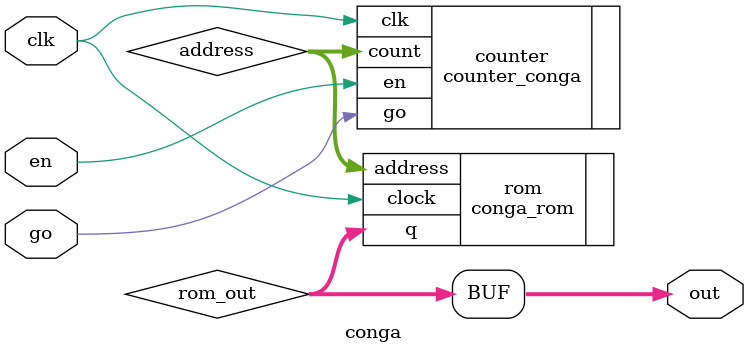
<source format=v>
module conga(out, clk, en, go);
	output [7:0] out;
	input clk, en, go;

	wire [15:0] address;
	wire [7:0] rom_out;

	// counter
	counter_conga counter(.count(address), .clk(clk), .en(en), .go(go));

	// rom
	conga_rom rom(.address(address), .clock(clk), .q(rom_out));	

	assign out = rom_out;

endmodule

</source>
